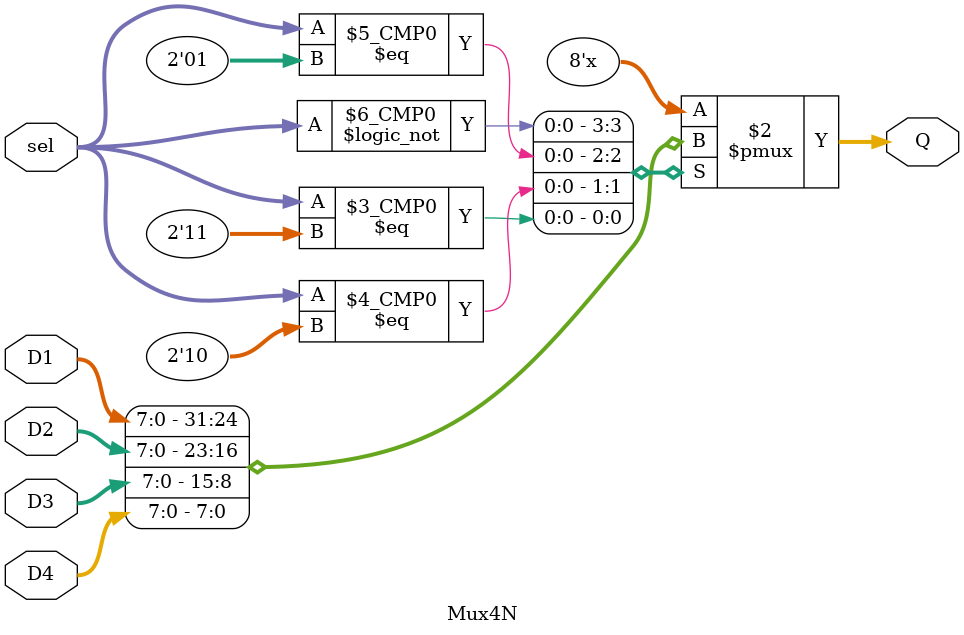
<source format=v>
`timescale 1ns / 1ps


module Mux4N #(
    parameter WIDTH = 8
)(
    input wire [1:0] sel,
    input wire [WIDTH -1:0] D1,
    input wire [WIDTH -1:0] D2,
    input wire [WIDTH -1:0] D3,
    input wire [WIDTH -1:0] D4,
    output reg [WIDTH -1:0] Q
    );

always @(*) begin
    case(sel)
        2'b00 : Q = D1;
        2'b01 : Q = D2;
        2'b10 : Q = D3;
        2'b11 : Q = D4;
        default : Q = D1;
    endcase
 end
    

endmodule

</source>
